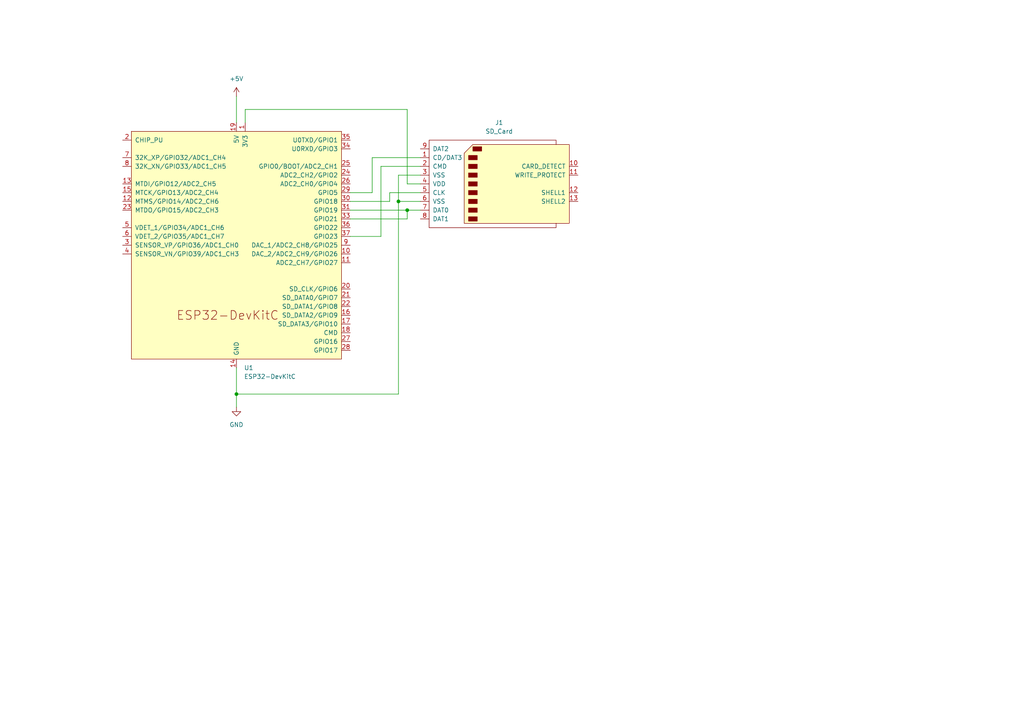
<source format=kicad_sch>
(kicad_sch (version 20231120) (generator "eeschema") (generator_version "8.0")
  (paper "A4")
  (title_block (title "ESP32 - SD connection") (rev "1.0"))
  (lib_symbols
    (symbol "Connector:SD_Card" (pin_names (offset 1.016))
      (property "Reference" "J" (at -16.51 13.97 0))
      (property "Value" "SD_Card" (at 15.24 -13.97 0))
      (symbol "SD_Card_0_1"
        (rectangle (start -8.89 -9.525) (end -6.35 -10.795) (fill (type outline)))
        (rectangle (start -8.89 -6.985) (end -6.35 -8.255) (fill (type outline)))
        (rectangle (start -8.89 -4.445) (end -6.35 -5.715) (fill (type outline)))
        (rectangle (start -8.89 -1.905) (end -6.35 -3.175) (fill (type outline)))
        (rectangle (start -8.89 0.635) (end -6.35 -0.635) (fill (type outline)))
        (rectangle (start -8.89 3.175) (end -6.35 1.905) (fill (type outline)))
        (rectangle (start -8.89 5.715) (end -6.35 4.445) (fill (type outline)))
        (rectangle (start -8.89 8.255) (end -6.35 6.985) (fill (type outline)))
        (rectangle (start -7.62 10.795) (end -5.08 9.525) (fill (type outline)))
        (polyline (pts (xy -10.16 8.89) (xy -7.62 11.43) (xy 20.32 11.43) (xy 20.32 -11.43) (xy -10.16 -11.43) (xy -10.16 8.89)) (fill (type background)))
        (polyline (pts (xy 16.51 11.43) (xy 16.51 12.7) (xy -20.32 12.7) (xy -20.32 -12.7) (xy 16.51 -12.7) (xy 16.51 -11.43)))
      )
      (symbol "SD_Card_1_1"
        (pin input line (at -22.86 7.62 0) (length 2.54) (name "CD/DAT3") (number "1"))
        (pin input line (at 22.86 5.08 180) (length 2.54) (name "CARD_DETECT") (number "10"))
        (pin input line (at 22.86 2.54 180) (length 2.54) (name "WRITE_PROTECT") (number "11"))
        (pin input line (at 22.86 -2.54 180) (length 2.54) (name "SHELL1") (number "12"))
        (pin input line (at 22.86 -5.08 180) (length 2.54) (name "SHELL2") (number "13"))
        (pin input line (at -22.86 5.08 0) (length 2.54) (name "CMD") (number "2"))
        (pin power_in line (at -22.86 2.54 0) (length 2.54) (name "VSS") (number "3"))
        (pin power_in line (at -22.86 0 0) (length 2.54) (name "VDD") (number "4"))
        (pin input line (at -22.86 -2.54 0) (length 2.54) (name "CLK") (number "5"))
        (pin power_in line (at -22.86 -5.08 0) (length 2.54) (name "VSS") (number "6"))
        (pin input line (at -22.86 -7.62 0) (length 2.54) (name "DAT0") (number "7"))
        (pin input line (at -22.86 -10.16 0) (length 2.54) (name "DAT1") (number "8"))
        (pin input line (at -22.86 10.16 0) (length 2.54) (name "DAT2") (number "9"))
      )
    )
    (symbol "PCM_Espressif:ESP32-DevKitC" (pin_names (offset 1.016))
      (property "Reference" "U" (at -30.48 38.1 0))
      (property "Value" "ESP32-DevKitC" (at -30.48 35.56 0))
      (symbol "ESP32-DevKitC_0_0"
        (text "ESP32-DevKitC" (at -2.54 -20.32 0) (effects (font (size 2.54 2.54))))
        (pin power_in line (at 0 -35.56 90) (length 2.54) (name "GND") (number "14"))
        (pin power_in line (at 0 35.56 270) (length 2.54) (name "5V") (number "19"))
      )
      (symbol "ESP32-DevKitC_0_1"
        (rectangle (start -30.48 33.02) (end 30.48 -33.02) (fill (type background)))
      )
      (symbol "ESP32-DevKitC_1_1"
        (pin power_in line (at 2.54 35.56 270) (length 2.54) (name "3V3") (number "1"))
        (pin bidirectional line (at 33.02 -2.54 180) (length 2.54) (name "DAC_2/ADC2_CH9/GPIO26") (number "10"))
        (pin bidirectional line (at 33.02 -5.08 180) (length 2.54) (name "ADC2_CH7/GPIO27") (number "11"))
        (pin bidirectional line (at -33.02 12.7 0) (length 2.54) (name "MTMS/GPIO14/ADC2_CH6") (number "12"))
        (pin bidirectional line (at -33.02 17.78 0) (length 2.54) (name "MTDI/GPIO12/ADC2_CH5") (number "13"))
        (pin bidirectional line (at -33.02 15.24 0) (length 2.54) (name "MTCK/GPIO13/ADC2_CH4") (number "15"))
        (pin bidirectional line (at 33.02 -20.32 180) (length 2.54) (name "SD_DATA2/GPIO9") (number "16"))
        (pin bidirectional line (at 33.02 -22.86 180) (length 2.54) (name "SD_DATA3/GPIO10") (number "17"))
        (pin bidirectional line (at 33.02 -25.4 180) (length 2.54) (name "CMD") (number "18"))
        (pin input line (at -33.02 30.48 0) (length 2.54) (name "CHIP_PU") (number "2"))
        (pin bidirectional line (at 33.02 -12.7 180) (length 2.54) (name "SD_CLK/GPIO6") (number "20"))
        (pin bidirectional line (at 33.02 -15.24 180) (length 2.54) (name "SD_DATA0/GPIO7") (number "21"))
        (pin bidirectional line (at 33.02 -17.78 180) (length 2.54) (name "SD_DATA1/GPIO8") (number "22"))
        (pin bidirectional line (at -33.02 10.16 0) (length 2.54) (name "MTDO/GPIO15/ADC2_CH3") (number "23"))
        (pin bidirectional line (at 33.02 20.32 180) (length 2.54) (name "ADC2_CH2/GPIO2") (number "24"))
        (pin bidirectional line (at 33.02 22.86 180) (length 2.54) (name "GPIO0/BOOT/ADC2_CH1") (number "25"))
        (pin bidirectional line (at 33.02 17.78 180) (length 2.54) (name "ADC2_CH0/GPIO4") (number "26"))
        (pin bidirectional line (at 33.02 -27.94 180) (length 2.54) (name "GPIO16") (number "27"))
        (pin bidirectional line (at 33.02 -30.48 180) (length 2.54) (name "GPIO17") (number "28"))
        (pin bidirectional line (at 33.02 15.24 180) (length 2.54) (name "GPIO5") (number "29"))
        (pin input line (at -33.02 0 0) (length 2.54) (name "SENSOR_VP/GPIO36/ADC1_CH0") (number "3"))
        (pin bidirectional line (at 33.02 12.7 180) (length 2.54) (name "GPIO18") (number "30"))
        (pin bidirectional line (at 33.02 10.16 180) (length 2.54) (name "GPIO19") (number "31"))
        (pin passive line (at 0 -35.56 90) (length 2.54) hide (name "GND") (number "32"))
        (pin bidirectional line (at 33.02 7.62 180) (length 2.54) (name "GPIO21") (number "33"))
        (pin bidirectional line (at 33.02 27.94 180) (length 2.54) (name "U0RXD/GPIO3") (number "34"))
        (pin bidirectional line (at 33.02 30.48 180) (length 2.54) (name "U0TXD/GPIO1") (number "35"))
        (pin bidirectional line (at 33.02 5.08 180) (length 2.54) (name "GPIO22") (number "36"))
        (pin bidirectional line (at 33.02 2.54 180) (length 2.54) (name "GPIO23") (number "37"))
        (pin passive line (at 0 -35.56 90) (length 2.54) hide (name "GND") (number "38"))
        (pin input line (at -33.02 -2.54 0) (length 2.54) (name "SENSOR_VN/GPIO39/ADC1_CH3") (number "4"))
        (pin input line (at -33.02 5.08 0) (length 2.54) (name "VDET_1/GPIO34/ADC1_CH6") (number "5"))
        (pin input line (at -33.02 2.54 0) (length 2.54) (name "VDET_2/GPIO35/ADC1_CH7") (number "6"))
        (pin bidirectional line (at -33.02 25.4 0) (length 2.54) (name "32K_XP/GPIO32/ADC1_CH4") (number "7"))
        (pin bidirectional line (at -33.02 22.86 0) (length 2.54) (name "32K_XN/GPIO33/ADC1_CH5") (number "8"))
        (pin bidirectional line (at 33.02 0 180) (length 2.54) (name "DAC_1/ADC2_CH8/GPIO25") (number "9"))
      )
    )
    (symbol "power:+5V" (power) (pin_names (offset 0))
      (property "Value" "+5V" (at 0 3.556 0))
      (symbol "+5V_0_1"
        (polyline (pts (xy -0.762 1.27) (xy 0 2.54)))
        (polyline (pts (xy 0 0) (xy 0 2.54)))
        (polyline (pts (xy 0 2.54) (xy 0.762 1.27)))
      )
      (symbol "+5V_1_1"
        (pin power_in line (at 0 0 90) (length 0) hide (name "+5V") (number "1"))
      )
    )
    (symbol "power:GND" (power) (pin_names (offset 0))
      (property "Value" "GND" (at 0 -3.81 0))
      (symbol "GND_0_1"
        (polyline (pts (xy 0 0) (xy 0 -1.27) (xy 1.27 -1.27) (xy 0 -2.54) (xy -1.27 -1.27) (xy 0 -1.27)))
      )
      (symbol "GND_1_1"
        (pin power_in line (at 0 0 270) (length 0) hide (name "GND") (number "1"))
      )
    )
  )
  (junction (at 68.58 114.3))
  (junction (at 115.57 58.42))
  (junction (at 118.11 60.96))
  (wire (pts (xy 68.58 114.3) (xy 115.57 114.3)))
  (wire (pts (xy 115.57 58.42) (xy 115.57 114.3)))
  (wire (pts (xy 68.58 106.68) (xy 68.58 114.3)))
  (wire (pts (xy 101.6 63.5) (xy 118.11 63.5)))
  (wire (pts (xy 71.12 31.75) (xy 71.12 35.56)))
  (wire (pts (xy 110.49 68.58) (xy 101.6 68.58)))
  (wire (pts (xy 121.92 50.8) (xy 115.57 50.8)))
  (wire (pts (xy 121.92 53.34) (xy 118.11 53.34)))
  (wire (pts (xy 121.92 48.26) (xy 110.49 48.26)))
  (wire (pts (xy 115.57 50.8) (xy 115.57 58.42)))
  (wire (pts (xy 121.92 45.72) (xy 107.95 45.72)))
  (wire (pts (xy 118.11 60.96) (xy 121.92 60.96)))
  (wire (pts (xy 68.58 27.94) (xy 68.58 35.56)))
  (wire (pts (xy 118.11 53.34) (xy 118.11 31.75)))
  (wire (pts (xy 107.95 55.88) (xy 101.6 55.88)))
  (wire (pts (xy 110.49 48.26) (xy 110.49 68.58)))
  (wire (pts (xy 101.6 60.96) (xy 118.11 60.96)))
  (wire (pts (xy 118.11 60.96) (xy 118.11 63.5)))
  (wire (pts (xy 118.11 31.75) (xy 71.12 31.75)))
  (wire (pts (xy 113.03 55.88) (xy 113.03 58.42)))
  (wire (pts (xy 68.58 114.3) (xy 68.58 118.11)))
  (wire (pts (xy 113.03 58.42) (xy 101.6 58.42)))
  (wire (pts (xy 115.57 58.42) (xy 121.92 58.42)))
  (wire (pts (xy 107.95 45.72) (xy 107.95 55.88)))
  (wire (pts (xy 121.92 55.88) (xy 113.03 55.88)))
  (symbol (lib_id "PCM_Espressif:ESP32-DevKitC") (at 68.58 71.12 0) (unit 1)
    (property "Reference" "U1" (at 70.7741 106.68 0) (effects (justify left)))
    (property "Value" "ESP32-DevKitC" (at 70.7741 109.22 0) (effects (justify left)))
    (property "Footprint" "PCM_Espressif:ESP32-DevKitC" (effects (hide yes)))
    (property "Datasheet" "https://docs.espressif.com/projects/esp-idf/zh_CN/latest/esp32/hw-reference/esp32/get-started-devkitc.html" (effects (hide yes)))
    (property "Description" "Development Kit" (effects (hide yes)))
  )
  (symbol (lib_id "power:+5V") (at 68.58 27.94 0) (unit 1)
    (property "Reference" "#PWR02" (effects (hide yes)))
    (property "Value" "+5V" (at 68.58 22.86 0))
    (property "Description" "Power symbol creates a global label with name \"+5V\"" (effects (hide yes)))
  )
  (symbol (lib_id "Connector:SD_Card") (at 144.78 53.34 0) (unit 1)
    (property "Reference" "J1" (at 144.78 35.56 0))
    (property "Value" "SD_Card" (at 144.78 38.1 0))
    (property "Footprint" "Connector_Card:SD_Hirose_DM1AA_SF_PEJ82" (effects (hide yes)))
    (property "Datasheet" "http://portal.fciconnect.com/Comergent//fci/drawing/10067847.pdf" (effects (hide yes)))
    (property "Description" "SD Card Reader" (effects (hide yes)))
  )
  (symbol (lib_id "power:GND") (at 68.58 118.11 0) (unit 1)
    (property "Reference" "#PWR01" (effects (hide yes)))
    (property "Value" "GND" (at 68.58 123.19 0))
    (property "Description" "Power symbol creates a global label with name \"GND\" , ground" (effects (hide yes)))
  )
)
</source>
